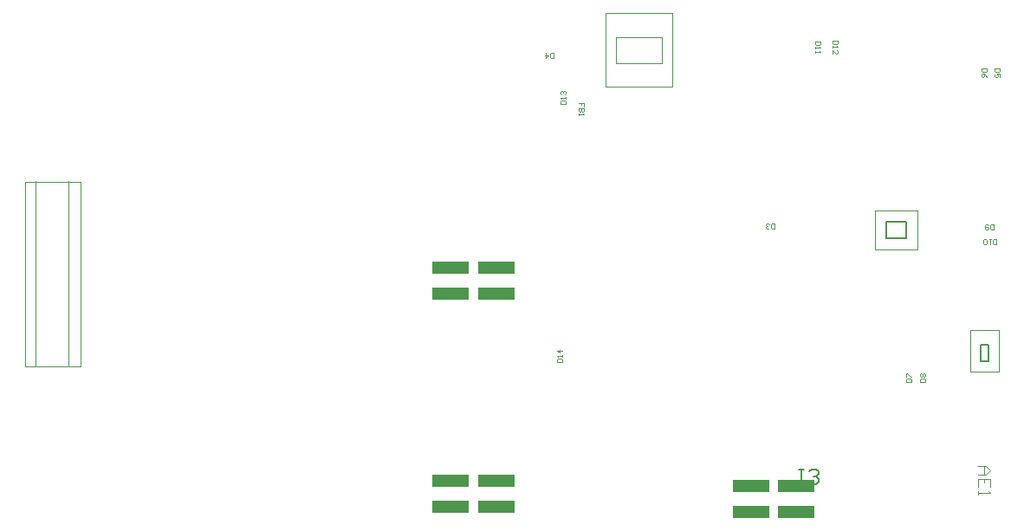
<source format=gbp>
G04*
G04 #@! TF.GenerationSoftware,Altium Limited,Altium Designer,23.8.1 (32)*
G04*
G04 Layer_Color=128*
%FSLAX44Y44*%
%MOMM*%
G71*
G04*
G04 #@! TF.SameCoordinates,B2355FDD-5490-460F-BBB4-22D25E5E3D0D*
G04*
G04*
G04 #@! TF.FilePolarity,Positive*
G04*
G01*
G75*
%ADD19C,0.1001*%
%ADD20C,0.1999*%
%ADD21C,0.1500*%
%ADD22C,0.0500*%
%ADD23C,0.1200*%
%ADD38R,3.6800X1.2700*%
D19*
X837791Y302311D02*
Y340309D01*
Y302311D02*
X879792D01*
Y340309D01*
X837791D02*
X879792D01*
X931420Y182659D02*
Y223660D01*
Y182659D02*
X959421D01*
Y223660D01*
X931420D02*
X959421D01*
X574799Y461122D02*
Y533121D01*
Y461122D02*
X639798D01*
Y533121D01*
X574799D02*
X639798D01*
X584799Y484622D02*
Y509621D01*
Y484622D02*
X629798D01*
Y509621D01*
X584799D02*
X629798D01*
X17292Y368300D02*
X25419D01*
X41674D01*
X49801D01*
X17292Y187960D02*
Y368770D01*
Y187960D02*
X49801D01*
X7292Y368300D02*
X61691D01*
X7292Y187960D02*
Y368300D01*
Y187960D02*
X61691D01*
Y368300D01*
X49801Y187960D02*
Y368770D01*
D20*
X848791Y313309D02*
Y329311D01*
Y313309D02*
X868791D01*
Y329311D01*
X848791D02*
X868791D01*
X941420Y192659D02*
Y208661D01*
Y192659D02*
X949421D01*
Y208661D01*
X941420D02*
X949421D01*
D21*
X768395Y87508D02*
X763396D01*
X765895D01*
Y75012D01*
X763396Y72512D01*
X760897D01*
X758398Y75012D01*
X773393Y85008D02*
X775892Y87508D01*
X780891D01*
X783390Y85008D01*
Y82509D01*
X780891Y80010D01*
X778391D01*
X780891D01*
X783390Y77511D01*
Y75012D01*
X780891Y72512D01*
X775892D01*
X773393Y75012D01*
D22*
X553679Y441919D02*
Y445251D01*
X551180D01*
Y443585D01*
Y445251D01*
X548681D01*
X553679Y440253D02*
X548681D01*
Y437754D01*
X549514Y436921D01*
X550347D01*
X551180Y437754D01*
Y440253D01*
Y437754D01*
X552013Y436921D01*
X552846D01*
X553679Y437754D01*
Y440253D01*
X548681Y435255D02*
Y433588D01*
Y434422D01*
X553679D01*
X552846Y435255D01*
X881818Y172365D02*
X886817D01*
Y174864D01*
X885984Y175697D01*
X882651D01*
X881818Y174864D01*
Y172365D01*
X882651Y177363D02*
X881818Y178196D01*
Y179862D01*
X882651Y180695D01*
X883484D01*
X884317Y179862D01*
X885151Y180695D01*
X885984D01*
X886817Y179862D01*
Y178196D01*
X885984Y177363D01*
X885151D01*
X884317Y178196D01*
X883484Y177363D01*
X882651D01*
X884317Y178196D02*
Y179862D01*
X868992Y172365D02*
X873990D01*
Y174864D01*
X873158Y175697D01*
X869825D01*
X868992Y174864D01*
Y172365D01*
Y177363D02*
Y180695D01*
X869825D01*
X873158Y177363D01*
X873990D01*
X527095Y191872D02*
X532093D01*
Y194371D01*
X531260Y195204D01*
X527928D01*
X527095Y194371D01*
Y191872D01*
X532093Y196870D02*
Y198536D01*
Y197703D01*
X527095D01*
X527928Y196870D01*
X532093Y203535D02*
X527095D01*
X529594Y201036D01*
Y204368D01*
X530905Y444602D02*
X535903D01*
Y447101D01*
X535070Y447934D01*
X531738D01*
X530905Y447101D01*
Y444602D01*
X535903Y449600D02*
Y451267D01*
Y450434D01*
X530905D01*
X531738Y449600D01*
Y453766D02*
X530905Y454599D01*
Y456265D01*
X531738Y457098D01*
X532571D01*
X533404Y456265D01*
Y455432D01*
Y456265D01*
X534237Y457098D01*
X535070D01*
X535903Y456265D01*
Y454599D01*
X535070Y453766D01*
X954129Y321351D02*
Y326349D01*
X951630D01*
X950797Y325516D01*
Y322184D01*
X951630Y321351D01*
X954129D01*
X949131Y325516D02*
X948298Y326349D01*
X946632D01*
X945798Y325516D01*
Y322184D01*
X946632Y321351D01*
X948298D01*
X949131Y322184D01*
Y323017D01*
X948298Y323850D01*
X945798D01*
X956212Y307381D02*
Y312379D01*
X953713D01*
X952879Y311546D01*
Y308214D01*
X953713Y307381D01*
X956212D01*
X951213Y312379D02*
X949547D01*
X950380D01*
Y307381D01*
X951213Y308214D01*
X947048D02*
X946215Y307381D01*
X944549D01*
X943716Y308214D01*
Y311546D01*
X944549Y312379D01*
X946215D01*
X947048Y311546D01*
Y308214D01*
X959689Y479145D02*
X954691D01*
Y476646D01*
X955524Y475813D01*
X958856D01*
X959689Y476646D01*
Y479145D01*
Y470815D02*
Y474147D01*
X957190D01*
X958023Y472481D01*
Y471648D01*
X957190Y470815D01*
X955524D01*
X954691Y471648D01*
Y473314D01*
X955524Y474147D01*
X946989Y479145D02*
X941991D01*
Y476646D01*
X942824Y475813D01*
X946156D01*
X946989Y476646D01*
Y479145D01*
Y470815D02*
X946156Y472481D01*
X944490Y474147D01*
X942824D01*
X941991Y473314D01*
Y471648D01*
X942824Y470815D01*
X943657D01*
X944490Y471648D01*
Y474147D01*
X784614Y505116D02*
X779616D01*
Y502617D01*
X780449Y501784D01*
X783781D01*
X784614Y502617D01*
Y505116D01*
X779616Y500118D02*
Y498452D01*
Y499285D01*
X784614D01*
X783781Y500118D01*
X779616Y495952D02*
Y494286D01*
Y495120D01*
X784614D01*
X783781Y495952D01*
X801900Y505949D02*
X796901D01*
Y503450D01*
X797734Y502617D01*
X801067D01*
X801900Y503450D01*
Y505949D01*
X796901Y500951D02*
Y499285D01*
Y500118D01*
X801900D01*
X801067Y500951D01*
X796901Y493453D02*
Y496786D01*
X800234Y493453D01*
X801067D01*
X801900Y494286D01*
Y495952D01*
X801067Y496786D01*
X739486Y322621D02*
Y327619D01*
X736986D01*
X736153Y326786D01*
Y323454D01*
X736986Y322621D01*
X739486D01*
X734487Y323454D02*
X733654Y322621D01*
X731988D01*
X731155Y323454D01*
Y324287D01*
X731988Y325120D01*
X732821D01*
X731988D01*
X731155Y325953D01*
Y326786D01*
X731988Y327619D01*
X733654D01*
X734487Y326786D01*
X523595Y488991D02*
Y493989D01*
X521096D01*
X520263Y493156D01*
Y489824D01*
X521096Y488991D01*
X523595D01*
X516098Y493989D02*
Y488991D01*
X518597Y491490D01*
X515265D01*
D23*
X938886Y90195D02*
X946883D01*
X950882Y86197D01*
X946883Y82198D01*
X938886D01*
X944884D01*
Y90195D01*
X950882Y70202D02*
Y78199D01*
X938886D01*
Y70202D01*
X944884Y78199D02*
Y74201D01*
X938886Y66203D02*
Y62204D01*
Y64204D01*
X950882D01*
X948883Y66203D01*
D38*
X423570Y259080D02*
D03*
X467970D02*
D03*
X423570Y284480D02*
D03*
X467970D02*
D03*
X423570Y50800D02*
D03*
X467970D02*
D03*
X423570Y76200D02*
D03*
X467970D02*
D03*
X716940Y45720D02*
D03*
X761340D02*
D03*
X716940Y71120D02*
D03*
X761340D02*
D03*
M02*

</source>
